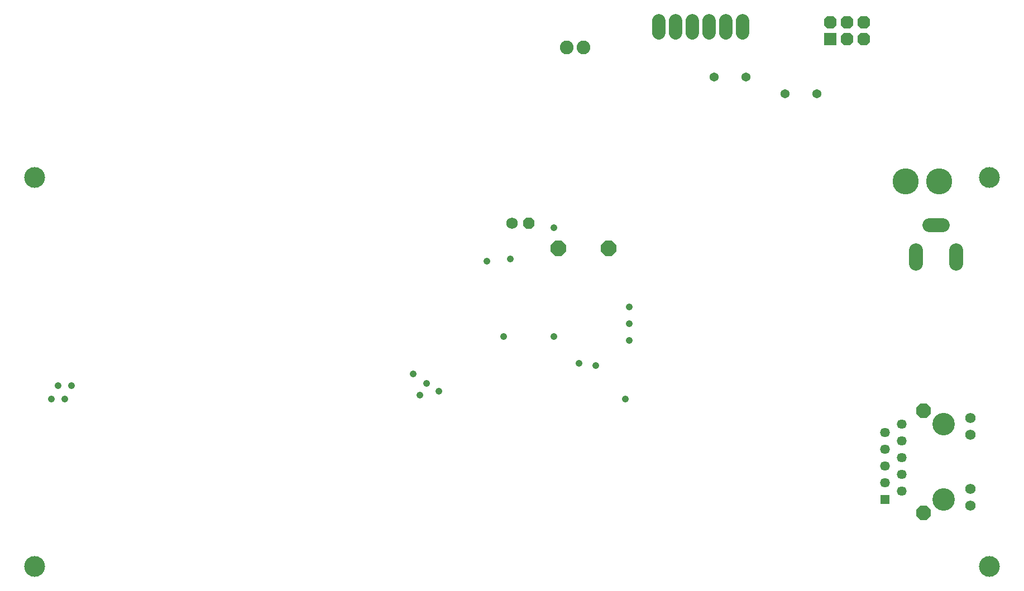
<source format=gbs>
G75*
G70*
%OFA0B0*%
%FSLAX24Y24*%
%IPPOS*%
%LPD*%
%AMOC8*
5,1,8,0,0,1.08239X$1,22.5*
%
%ADD10C,0.1241*%
%ADD11OC8,0.0690*%
%ADD12C,0.0690*%
%ADD13C,0.1560*%
%ADD14OC8,0.0910*%
%ADD15C,0.0847*%
%ADD16R,0.0574X0.0574*%
%ADD17C,0.0574*%
%ADD18C,0.0620*%
%ADD19OC8,0.0862*%
%ADD20C,0.1340*%
%ADD21C,0.0540*%
%ADD22R,0.0760X0.0760*%
%ADD23OC8,0.0760*%
%ADD24C,0.0800*%
%ADD25C,0.0820*%
%ADD26C,0.0417*%
D10*
X002410Y002160D03*
X002410Y025410D03*
X059410Y025410D03*
X059410Y002160D03*
D11*
X031910Y022660D03*
D12*
X030910Y022660D03*
D13*
X054410Y025160D03*
X056410Y025160D03*
D14*
X036660Y021160D03*
X033660Y021160D03*
D15*
X055010Y021054D02*
X055010Y020266D01*
X057410Y020266D02*
X057410Y021054D01*
X056604Y022560D02*
X055816Y022560D01*
D16*
X053160Y006160D03*
D17*
X053160Y007160D03*
X054160Y007660D03*
X054160Y008660D03*
X053160Y009160D03*
X054160Y009660D03*
X053160Y010160D03*
X054160Y010660D03*
X053160Y008160D03*
X054160Y006660D03*
D18*
X058266Y006802D03*
X058266Y005802D03*
X058266Y010018D03*
X058266Y011018D03*
D19*
X055459Y011459D03*
X055459Y005361D03*
D20*
X056660Y006160D03*
X056660Y010660D03*
D21*
X049110Y030410D03*
X047210Y030410D03*
X044860Y031410D03*
X042960Y031410D03*
D22*
X049910Y033660D03*
D23*
X049910Y034660D03*
X050910Y034660D03*
X051910Y034660D03*
X051910Y033660D03*
X050910Y033660D03*
D24*
X044660Y034040D02*
X044660Y034780D01*
X043660Y034780D02*
X043660Y034040D01*
X042660Y034040D02*
X042660Y034780D01*
X041660Y034780D02*
X041660Y034040D01*
X040660Y034040D02*
X040660Y034780D01*
X039660Y034780D02*
X039660Y034040D01*
D25*
X035160Y033160D03*
X034160Y033160D03*
D26*
X033410Y022410D03*
X030816Y020535D03*
X029410Y020410D03*
X030410Y015910D03*
X033410Y015910D03*
X034910Y014285D03*
X035910Y014160D03*
X037910Y015660D03*
X037910Y016660D03*
X037910Y017660D03*
X037660Y012160D03*
X026532Y012641D03*
X025788Y013110D03*
X025388Y012410D03*
X024988Y013660D03*
X004588Y012960D03*
X003788Y012960D03*
X004188Y012160D03*
X003388Y012160D03*
M02*

</source>
